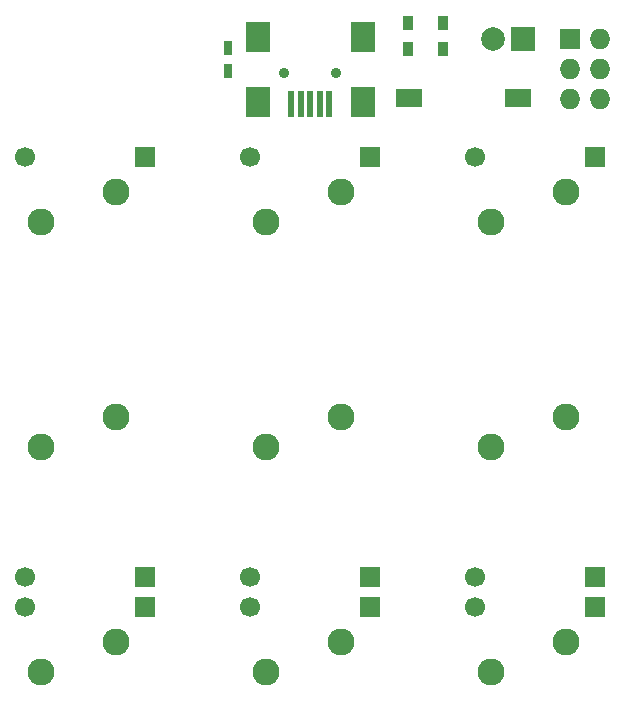
<source format=gbr>
G04 #@! TF.FileFunction,Soldermask,Top*
%FSLAX46Y46*%
G04 Gerber Fmt 4.6, Leading zero omitted, Abs format (unit mm)*
G04 Created by KiCad (PCBNEW 4.0.2-stable) date 4/25/2016 1:55:35 PM*
%MOMM*%
G01*
G04 APERTURE LIST*
%ADD10C,0.100000*%
%ADD11C,2.286000*%
%ADD12R,0.500380X2.301240*%
%ADD13R,1.998980X2.499360*%
%ADD14C,0.899160*%
%ADD15C,1.699260*%
%ADD16R,1.699260X1.699260*%
%ADD17R,2.000000X2.000000*%
%ADD18C,2.000000*%
%ADD19R,0.900000X1.200000*%
%ADD20R,2.180000X1.600000*%
%ADD21R,1.727200X1.727200*%
%ADD22O,1.727200X1.727200*%
%ADD23R,0.750000X1.200000*%
G04 APERTURE END LIST*
D10*
D11*
X72540000Y-113970000D03*
X66190000Y-116510000D03*
D12*
X90600200Y-87449320D03*
X89800100Y-87449320D03*
X89000000Y-87449320D03*
X88199900Y-87449320D03*
X87399800Y-87449320D03*
D13*
X93450080Y-87350260D03*
X93450080Y-81851160D03*
X84549920Y-87350260D03*
X84549920Y-81851160D03*
D14*
X91199640Y-84850900D03*
X86800360Y-84850900D03*
D15*
X64839480Y-92002540D03*
D16*
X74999480Y-92002540D03*
D15*
X64839480Y-127502540D03*
D16*
X74999480Y-127502540D03*
D15*
X64839480Y-130102540D03*
D16*
X74999480Y-130102540D03*
D15*
X83889480Y-92002540D03*
D16*
X94049480Y-92002540D03*
D15*
X83889480Y-127502540D03*
D16*
X94049480Y-127502540D03*
D15*
X83889480Y-130102540D03*
D16*
X94049480Y-130102540D03*
D15*
X102939480Y-92002540D03*
D16*
X113099480Y-92002540D03*
D15*
X102939480Y-127502540D03*
D16*
X113099480Y-127502540D03*
D15*
X102939480Y-130102540D03*
D16*
X113099480Y-130102540D03*
D17*
X107000000Y-82000000D03*
D18*
X104460000Y-82000000D03*
D19*
X97250000Y-82850000D03*
X97250000Y-80650000D03*
X100250000Y-82850000D03*
X100250000Y-80650000D03*
D11*
X72540000Y-94920000D03*
X66190000Y-97460000D03*
X72540000Y-133020000D03*
X66190000Y-135560000D03*
X91590000Y-94920000D03*
X85240000Y-97460000D03*
X91590000Y-113970000D03*
X85240000Y-116510000D03*
X91590000Y-133020000D03*
X85240000Y-135560000D03*
X110640000Y-94920000D03*
X104290000Y-97460000D03*
X110640000Y-113970000D03*
X104290000Y-116510000D03*
X110640000Y-133020000D03*
X104290000Y-135560000D03*
D20*
X106602430Y-87002320D03*
X97397570Y-86997680D03*
D21*
X111000000Y-82000000D03*
D22*
X113540000Y-82000000D03*
X111000000Y-84540000D03*
X113540000Y-84540000D03*
X111000000Y-87080000D03*
X113540000Y-87080000D03*
D23*
X82030509Y-82769491D03*
X82030509Y-84669491D03*
M02*

</source>
